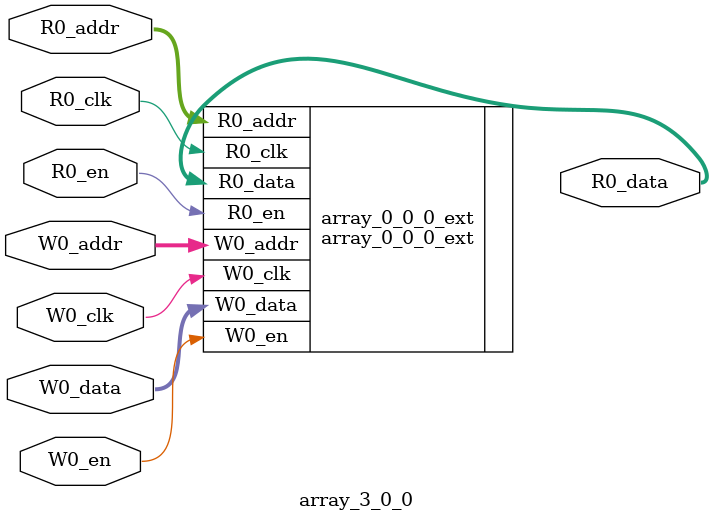
<source format=sv>
`ifndef RANDOMIZE
  `ifdef RANDOMIZE_REG_INIT
    `define RANDOMIZE
  `endif // RANDOMIZE_REG_INIT
`endif // not def RANDOMIZE
`ifndef RANDOMIZE
  `ifdef RANDOMIZE_MEM_INIT
    `define RANDOMIZE
  `endif // RANDOMIZE_MEM_INIT
`endif // not def RANDOMIZE

`ifndef RANDOM
  `define RANDOM $random
`endif // not def RANDOM

// Users can define 'PRINTF_COND' to add an extra gate to prints.
`ifndef PRINTF_COND_
  `ifdef PRINTF_COND
    `define PRINTF_COND_ (`PRINTF_COND)
  `else  // PRINTF_COND
    `define PRINTF_COND_ 1
  `endif // PRINTF_COND
`endif // not def PRINTF_COND_

// Users can define 'ASSERT_VERBOSE_COND' to add an extra gate to assert error printing.
`ifndef ASSERT_VERBOSE_COND_
  `ifdef ASSERT_VERBOSE_COND
    `define ASSERT_VERBOSE_COND_ (`ASSERT_VERBOSE_COND)
  `else  // ASSERT_VERBOSE_COND
    `define ASSERT_VERBOSE_COND_ 1
  `endif // ASSERT_VERBOSE_COND
`endif // not def ASSERT_VERBOSE_COND_

// Users can define 'STOP_COND' to add an extra gate to stop conditions.
`ifndef STOP_COND_
  `ifdef STOP_COND
    `define STOP_COND_ (`STOP_COND)
  `else  // STOP_COND
    `define STOP_COND_ 1
  `endif // STOP_COND
`endif // not def STOP_COND_

// Users can define INIT_RANDOM as general code that gets injected into the
// initializer block for modules with registers.
`ifndef INIT_RANDOM
  `define INIT_RANDOM
`endif // not def INIT_RANDOM

// If using random initialization, you can also define RANDOMIZE_DELAY to
// customize the delay used, otherwise 0.002 is used.
`ifndef RANDOMIZE_DELAY
  `define RANDOMIZE_DELAY 0.002
`endif // not def RANDOMIZE_DELAY

// Define INIT_RANDOM_PROLOG_ for use in our modules below.
`ifndef INIT_RANDOM_PROLOG_
  `ifdef RANDOMIZE
    `ifdef VERILATOR
      `define INIT_RANDOM_PROLOG_ `INIT_RANDOM
    `else  // VERILATOR
      `define INIT_RANDOM_PROLOG_ `INIT_RANDOM #`RANDOMIZE_DELAY begin end
    `endif // VERILATOR
  `else  // RANDOMIZE
    `define INIT_RANDOM_PROLOG_
  `endif // RANDOMIZE
`endif // not def INIT_RANDOM_PROLOG_

module array_3_0_0(	// @[DescribedSRAM.scala:17:26]
  input  [6:0]  R0_addr,
  input         R0_en,
                R0_clk,
  input  [6:0]  W0_addr,
  input         W0_en,
                W0_clk,
  input  [63:0] W0_data,
  output [63:0] R0_data
);

  array_0_0_0_ext array_0_0_0_ext (	// @[DescribedSRAM.scala:17:26]
    .R0_addr (R0_addr),
    .R0_en   (R0_en),
    .R0_clk  (R0_clk),
    .W0_addr (W0_addr),
    .W0_en   (W0_en),
    .W0_clk  (W0_clk),
    .W0_data (W0_data),
    .R0_data (R0_data)
  );
endmodule


</source>
